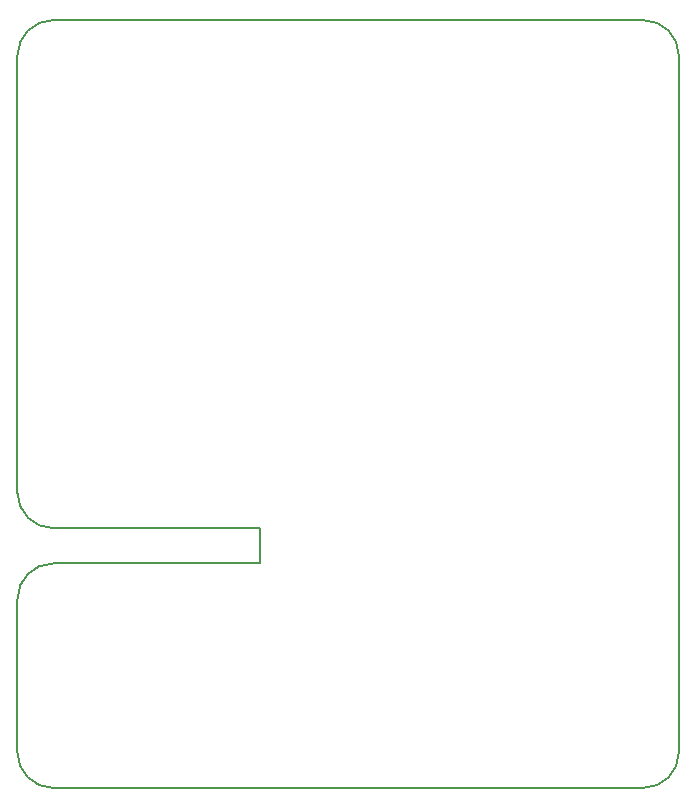
<source format=gm1>
%TF.GenerationSoftware,KiCad,Pcbnew,7.0.2-0*%
%TF.CreationDate,2024-05-08T20:56:10-07:00*%
%TF.ProjectId,RPi_interface,5250695f-696e-4746-9572-666163652e6b,1.1*%
%TF.SameCoordinates,Original*%
%TF.FileFunction,Profile,NP*%
%FSLAX46Y46*%
G04 Gerber Fmt 4.6, Leading zero omitted, Abs format (unit mm)*
G04 Created by KiCad (PCBNEW 7.0.2-0) date 2024-05-08 20:56:10*
%MOMM*%
%LPD*%
G01*
G04 APERTURE LIST*
%TA.AperFunction,Profile*%
%ADD10C,0.150000*%
%TD*%
G04 APERTURE END LIST*
D10*
X143000000Y-48000000D02*
X93000000Y-48000000D01*
X110500000Y-94000000D02*
X93000000Y-94000000D01*
X143000000Y-113000000D02*
X93000000Y-113000000D01*
X93000000Y-48000000D02*
G75*
G03*
X90000000Y-51000000I0J-3000000D01*
G01*
X93000000Y-94000000D02*
G75*
G03*
X90000000Y-97000000I0J-3000000D01*
G01*
X90000000Y-110000000D02*
G75*
G03*
X93000000Y-113000000I3000000J0D01*
G01*
X143000000Y-113000000D02*
G75*
G03*
X146000000Y-110000000I0J3000000D01*
G01*
X110500000Y-91000000D02*
X110500000Y-94000000D01*
X90000000Y-51000000D02*
X90000000Y-88000000D01*
X146000000Y-51000000D02*
G75*
G03*
X143000000Y-48000000I-3000000J0D01*
G01*
X90000000Y-110000000D02*
X90000000Y-97000000D01*
X90000000Y-88000000D02*
G75*
G03*
X93000000Y-91000000I3000000J0D01*
G01*
X146000000Y-110000000D02*
X146000000Y-51000000D01*
X93000000Y-91000000D02*
X110500000Y-91000000D01*
M02*

</source>
